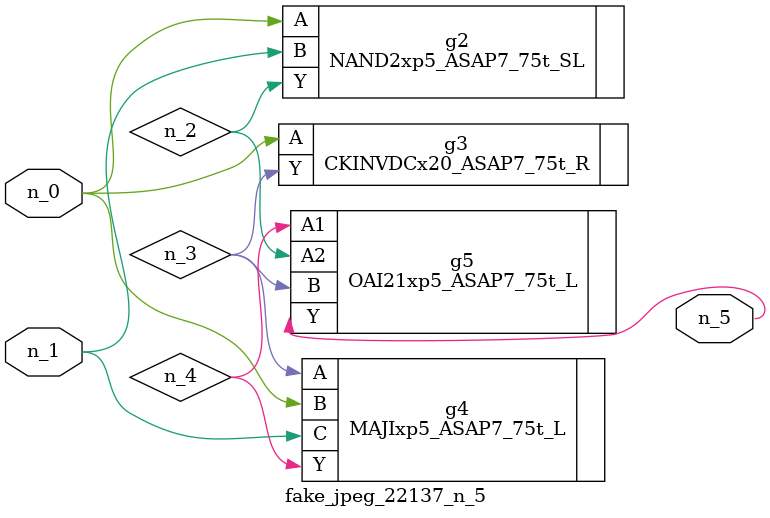
<source format=v>
module fake_jpeg_22137_n_5 (n_0, n_1, n_5);

input n_0;
input n_1;

output n_5;

wire n_2;
wire n_3;
wire n_4;

NAND2xp5_ASAP7_75t_SL g2 ( 
.A(n_0),
.B(n_1),
.Y(n_2)
);

CKINVDCx20_ASAP7_75t_R g3 ( 
.A(n_0),
.Y(n_3)
);

MAJIxp5_ASAP7_75t_L g4 ( 
.A(n_3),
.B(n_0),
.C(n_1),
.Y(n_4)
);

OAI21xp5_ASAP7_75t_L g5 ( 
.A1(n_4),
.A2(n_2),
.B(n_3),
.Y(n_5)
);


endmodule
</source>
